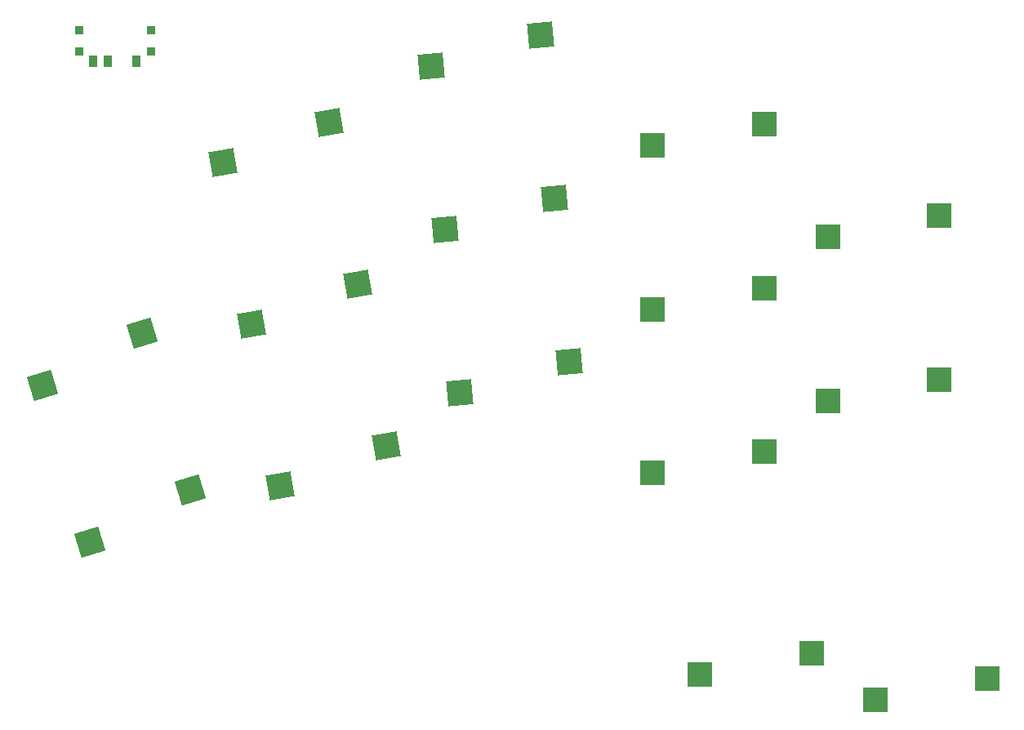
<source format=gtp>
%TF.GenerationSoftware,KiCad,Pcbnew,(6.0.4)*%
%TF.CreationDate,2022-07-21T23:48:57+02:00*%
%TF.ProjectId,wizza,77697a7a-612e-46b6-9963-61645f706362,v1.0.0*%
%TF.SameCoordinates,Original*%
%TF.FileFunction,Paste,Top*%
%TF.FilePolarity,Positive*%
%FSLAX46Y46*%
G04 Gerber Fmt 4.6, Leading zero omitted, Abs format (unit mm)*
G04 Created by KiCad (PCBNEW (6.0.4)) date 2022-07-21 23:48:57*
%MOMM*%
%LPD*%
G01*
G04 APERTURE LIST*
G04 Aperture macros list*
%AMRotRect*
0 Rectangle, with rotation*
0 The origin of the aperture is its center*
0 $1 length*
0 $2 width*
0 $3 Rotation angle, in degrees counterclockwise*
0 Add horizontal line*
21,1,$1,$2,0,0,$3*%
G04 Aperture macros list end*
%ADD10RotRect,2.600000X2.600000X10.000000*%
%ADD11RotRect,2.600000X2.600000X5.000000*%
%ADD12R,2.600000X2.600000*%
%ADD13R,0.900000X0.900000*%
%ADD14R,0.900000X1.250000*%
%ADD15RotRect,2.600000X2.600000X17.000000*%
G04 APERTURE END LIST*
D10*
%TO.C,S11*%
X73579148Y111173370D03*
X62586644Y107001157D03*
%TD*%
D11*
%TO.C,S15*%
X96965603Y103326959D03*
X85651297Y100128683D03*
%TD*%
D12*
%TO.C,S21*%
X118699790Y94027253D03*
X107149790Y91827254D03*
%TD*%
D13*
%TO.C,T1*%
X55089406Y118508838D03*
X47689406Y120708838D03*
X55089406Y120708838D03*
X47689406Y118508838D03*
D14*
X53639406Y117533838D03*
X50639406Y117533838D03*
X49139406Y117533838D03*
%TD*%
D12*
%TO.C,S29*%
X136874494Y101494490D03*
X125324494Y99294491D03*
%TD*%
%TO.C,S33*%
X141786791Y53493253D03*
X130236791Y51293254D03*
%TD*%
D10*
%TO.C,S7*%
X79483186Y77689906D03*
X68490682Y73517693D03*
%TD*%
D15*
%TO.C,S5*%
X54234545Y89377492D03*
X43832442Y83896730D03*
%TD*%
D12*
%TO.C,S27*%
X136874494Y84494490D03*
X125324494Y82294491D03*
%TD*%
D10*
%TO.C,S9*%
X76531167Y94431638D03*
X65538663Y90259425D03*
%TD*%
D11*
%TO.C,S13*%
X98447251Y86391649D03*
X87132945Y83193373D03*
%TD*%
%TO.C,S17*%
X95483956Y120262269D03*
X84169650Y117063993D03*
%TD*%
D12*
%TO.C,S31*%
X123596151Y56176272D03*
X112046151Y53976273D03*
%TD*%
D15*
%TO.C,S3*%
X59204864Y73120311D03*
X48802761Y67639549D03*
%TD*%
D12*
%TO.C,S23*%
X118699790Y111027253D03*
X107149790Y108827254D03*
%TD*%
%TO.C,S19*%
X118699790Y77027253D03*
X107149790Y74827254D03*
%TD*%
M02*

</source>
